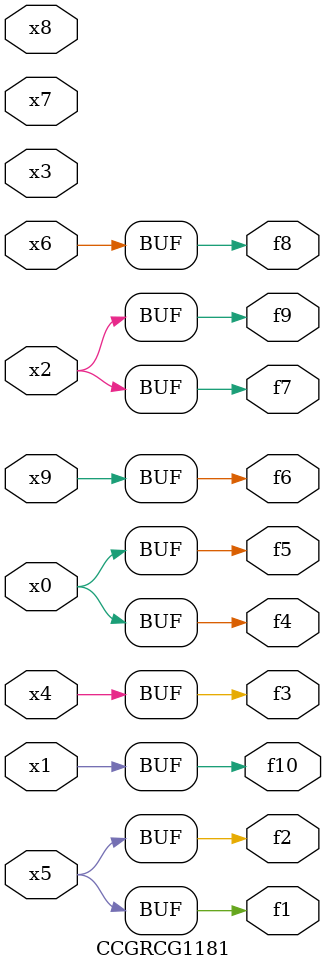
<source format=v>
module CCGRCG1181(
	input x0, x1, x2, x3, x4, x5, x6, x7, x8, x9,
	output f1, f2, f3, f4, f5, f6, f7, f8, f9, f10
);
	assign f1 = x5;
	assign f2 = x5;
	assign f3 = x4;
	assign f4 = x0;
	assign f5 = x0;
	assign f6 = x9;
	assign f7 = x2;
	assign f8 = x6;
	assign f9 = x2;
	assign f10 = x1;
endmodule

</source>
